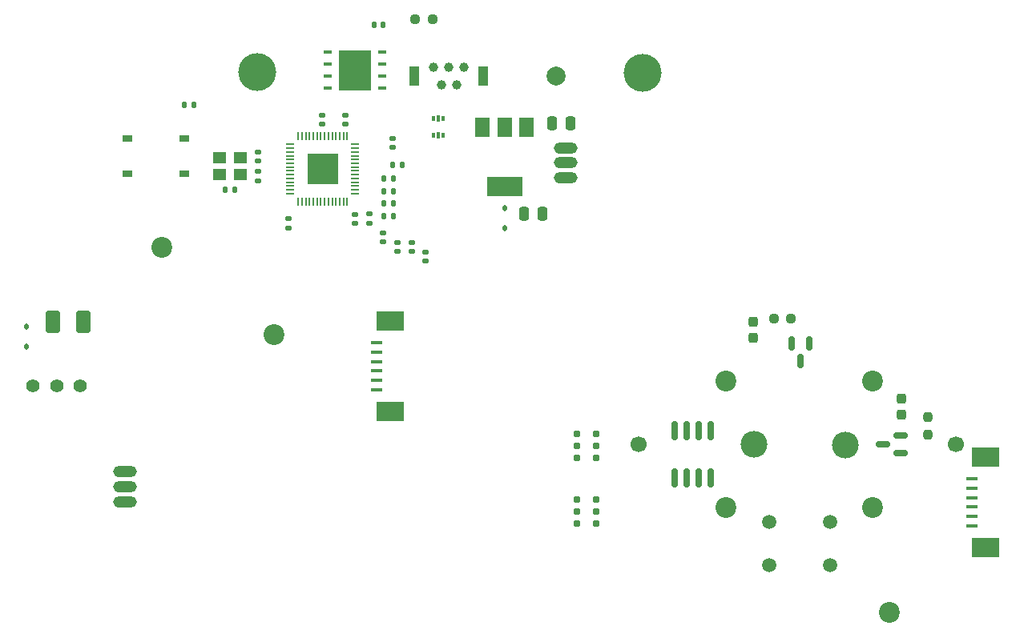
<source format=gts>
G04 #@! TF.GenerationSoftware,KiCad,Pcbnew,7.0.5-7.0.5~ubuntu20.04.1*
G04 #@! TF.CreationDate,2023-06-07T06:16:18-05:00*
G04 #@! TF.ProjectId,Phobri64,50686f62-7269-4363-942e-6b696361645f,rev?*
G04 #@! TF.SameCoordinates,Original*
G04 #@! TF.FileFunction,Soldermask,Top*
G04 #@! TF.FilePolarity,Negative*
%FSLAX46Y46*%
G04 Gerber Fmt 4.6, Leading zero omitted, Abs format (unit mm)*
G04 Created by KiCad (PCBNEW 7.0.5-7.0.5~ubuntu20.04.1) date 2023-06-07 06:16:18*
%MOMM*%
%LPD*%
G01*
G04 APERTURE LIST*
G04 Aperture macros list*
%AMRoundRect*
0 Rectangle with rounded corners*
0 $1 Rounding radius*
0 $2 $3 $4 $5 $6 $7 $8 $9 X,Y pos of 4 corners*
0 Add a 4 corners polygon primitive as box body*
4,1,4,$2,$3,$4,$5,$6,$7,$8,$9,$2,$3,0*
0 Add four circle primitives for the rounded corners*
1,1,$1+$1,$2,$3*
1,1,$1+$1,$4,$5*
1,1,$1+$1,$6,$7*
1,1,$1+$1,$8,$9*
0 Add four rect primitives between the rounded corners*
20,1,$1+$1,$2,$3,$4,$5,0*
20,1,$1+$1,$4,$5,$6,$7,0*
20,1,$1+$1,$6,$7,$8,$9,0*
20,1,$1+$1,$8,$9,$2,$3,0*%
%AMFreePoly0*
4,1,19,0.150000,0.259808,0.229813,0.192836,0.281908,0.102606,0.300000,0.000000,0.281908,-0.102606,0.229813,-0.192836,0.150000,-0.259808,0.052094,-0.295442,-0.052094,-0.295442,-0.150000,-0.259808,-0.229813,-0.192836,-0.281908,-0.102606,-0.300000,0.000000,-0.281908,0.102606,-0.229813,0.192836,-0.150000,0.259808,-0.052094,0.295442,0.052094,0.295442,0.150000,0.259808,0.150000,0.259808,
$1*%
G04 Aperture macros list end*
%ADD10R,1.250000X0.300000*%
%ADD11R,3.000000X2.000000*%
%ADD12RoundRect,0.140000X-0.140000X-0.170000X0.140000X-0.170000X0.140000X0.170000X-0.140000X0.170000X0*%
%ADD13C,4.000000*%
%ADD14RoundRect,0.140000X0.140000X0.170000X-0.140000X0.170000X-0.140000X-0.170000X0.140000X-0.170000X0*%
%ADD15C,2.833000*%
%ADD16C,2.200000*%
%ADD17C,0.787400*%
%ADD18RoundRect,0.135000X-0.185000X0.135000X-0.185000X-0.135000X0.185000X-0.135000X0.185000X0.135000X0*%
%ADD19RoundRect,0.237500X0.237500X-0.250000X0.237500X0.250000X-0.237500X0.250000X-0.237500X-0.250000X0*%
%ADD20RoundRect,0.135000X0.135000X0.185000X-0.135000X0.185000X-0.135000X-0.185000X0.135000X-0.185000X0*%
%ADD21RoundRect,0.135000X-0.135000X-0.185000X0.135000X-0.185000X0.135000X0.185000X-0.135000X0.185000X0*%
%ADD22RoundRect,0.140000X-0.170000X0.140000X-0.170000X-0.140000X0.170000X-0.140000X0.170000X0.140000X0*%
%ADD23C,1.000000*%
%ADD24R,1.000000X2.000000*%
%ADD25RoundRect,0.250001X-0.499999X-0.924999X0.499999X-0.924999X0.499999X0.924999X-0.499999X0.924999X0*%
%ADD26O,2.500000X1.250000*%
%ADD27R,1.400000X1.200000*%
%ADD28RoundRect,0.140000X0.170000X-0.140000X0.170000X0.140000X-0.170000X0.140000X-0.170000X-0.140000X0*%
%ADD29RoundRect,0.250000X0.250000X0.475000X-0.250000X0.475000X-0.250000X-0.475000X0.250000X-0.475000X0*%
%ADD30C,2.000000*%
%ADD31C,1.700000*%
%ADD32RoundRect,0.237500X0.237500X-0.300000X0.237500X0.300000X-0.237500X0.300000X-0.237500X-0.300000X0*%
%ADD33R,0.960399X0.432600*%
%ADD34R,3.454400X4.343400*%
%ADD35RoundRect,0.150000X0.587500X0.150000X-0.587500X0.150000X-0.587500X-0.150000X0.587500X-0.150000X0*%
%ADD36RoundRect,0.237500X-0.237500X0.300000X-0.237500X-0.300000X0.237500X-0.300000X0.237500X0.300000X0*%
%ADD37RoundRect,0.150000X-0.150000X0.825000X-0.150000X-0.825000X0.150000X-0.825000X0.150000X0.825000X0*%
%ADD38RoundRect,0.112500X-0.112500X0.187500X-0.112500X-0.187500X0.112500X-0.187500X0.112500X0.187500X0*%
%ADD39C,1.397000*%
%ADD40R,0.375000X0.500000*%
%ADD41R,0.300000X0.650000*%
%ADD42RoundRect,0.112500X0.112500X-0.187500X0.112500X0.187500X-0.112500X0.187500X-0.112500X-0.187500X0*%
%ADD43RoundRect,0.050000X-0.050000X0.387500X-0.050000X-0.387500X0.050000X-0.387500X0.050000X0.387500X0*%
%ADD44RoundRect,0.050000X-0.387500X0.050000X-0.387500X-0.050000X0.387500X-0.050000X0.387500X0.050000X0*%
%ADD45FreePoly0,270.000000*%
%ADD46R,3.200000X3.200000*%
%ADD47RoundRect,0.250000X-0.250000X-0.475000X0.250000X-0.475000X0.250000X0.475000X-0.250000X0.475000X0*%
%ADD48RoundRect,0.237500X0.250000X0.237500X-0.250000X0.237500X-0.250000X-0.237500X0.250000X-0.237500X0*%
%ADD49C,1.500000*%
%ADD50RoundRect,0.150000X-0.150000X0.587500X-0.150000X-0.587500X0.150000X-0.587500X0.150000X0.587500X0*%
%ADD51R,1.000000X0.750000*%
%ADD52R,1.500000X2.000000*%
%ADD53R,3.800000X2.000000*%
%ADD54RoundRect,0.237500X-0.250000X-0.237500X0.250000X-0.237500X0.250000X0.237500X-0.250000X0.237500X0*%
G04 APERTURE END LIST*
D10*
X250663660Y-120500000D03*
X250663660Y-119500000D03*
X250663660Y-118500000D03*
X250663660Y-117500000D03*
X250663660Y-116500000D03*
X250663660Y-115500000D03*
D11*
X252112660Y-113206000D03*
X252112660Y-122794000D03*
D10*
X187803123Y-106100298D03*
X187803123Y-105100298D03*
X187803123Y-104100298D03*
X187803123Y-103100298D03*
X187803123Y-102100298D03*
X187803123Y-101100298D03*
D11*
X189252123Y-98806298D03*
X189252123Y-108394298D03*
D12*
X188585274Y-87695038D03*
X189545274Y-87695038D03*
D13*
X215880944Y-72600298D03*
D14*
X188480000Y-67500000D03*
X187520000Y-67500000D03*
D15*
X237335204Y-111950150D03*
D16*
X242005369Y-129643080D03*
D17*
X211000000Y-117730000D03*
X208969150Y-117730000D03*
X211000000Y-119000000D03*
X208969150Y-119000000D03*
X211000000Y-120270000D03*
X208969150Y-120270000D03*
D15*
X227637899Y-111894864D03*
D18*
X175303123Y-82990000D03*
X175303123Y-84010000D03*
D13*
X175200000Y-72500000D03*
D16*
X165113002Y-91000000D03*
D19*
X246045016Y-110818616D03*
X246045016Y-108993616D03*
D20*
X189558791Y-85070061D03*
X188538791Y-85070061D03*
D21*
X188530623Y-83741093D03*
X189550623Y-83741093D03*
D20*
X168510000Y-76000000D03*
X167490000Y-76000000D03*
D22*
X188500000Y-89500000D03*
X188500000Y-90460000D03*
X185500000Y-87520000D03*
X185500000Y-88480000D03*
D23*
X197040472Y-71941093D03*
X196240472Y-73841093D03*
X195440472Y-71941093D03*
X194640472Y-73841093D03*
X193840472Y-71941093D03*
D24*
X191790472Y-72891093D03*
X199090472Y-72891093D03*
D17*
X211030850Y-110730000D03*
X209000000Y-110730000D03*
X211030850Y-112000000D03*
X209000000Y-112000000D03*
X211030850Y-113270000D03*
X209000000Y-113270000D03*
D25*
X153553123Y-98941093D03*
X156803123Y-98941093D03*
D26*
X161250000Y-114750000D03*
X161250000Y-116350000D03*
X161250000Y-117950000D03*
D27*
X171203123Y-83291093D03*
X173403123Y-83291093D03*
X173403123Y-81591093D03*
X171203123Y-81591093D03*
D28*
X182033507Y-78009450D03*
X182033507Y-77049450D03*
D29*
X208253123Y-77941093D03*
X206353123Y-77941093D03*
D30*
X206742467Y-72930045D03*
D31*
X215500000Y-111900638D03*
D32*
X227575882Y-100631116D03*
X227575882Y-98906116D03*
D28*
X184450900Y-78020678D03*
X184450900Y-77060678D03*
D12*
X188578158Y-86365727D03*
X189538158Y-86365727D03*
D33*
X182632200Y-70395000D03*
X182632200Y-71665000D03*
X182632200Y-72935000D03*
X182632200Y-74205000D03*
X188367800Y-74205000D03*
X188367800Y-72935000D03*
X188367800Y-71665000D03*
X188367800Y-70395000D03*
D34*
X185500000Y-72300000D03*
D22*
X190000000Y-90520000D03*
X190000000Y-91480000D03*
D35*
X243191160Y-112808700D03*
X243191160Y-110908700D03*
X241316160Y-111858700D03*
D22*
X191500000Y-90520000D03*
X191500000Y-91480000D03*
D36*
X243223947Y-107043616D03*
X243223947Y-108768616D03*
D37*
X223128947Y-110431116D03*
X221858947Y-110431116D03*
X220588947Y-110431116D03*
X219318947Y-110431116D03*
X219318947Y-115381116D03*
X220588947Y-115381116D03*
X221858947Y-115381116D03*
X223128947Y-115381116D03*
D38*
X150803123Y-99391093D03*
X150803123Y-101491093D03*
D12*
X189520000Y-82303593D03*
X190480000Y-82303593D03*
D39*
X156500000Y-105642772D03*
X154000000Y-105642772D03*
X151500000Y-105642772D03*
D28*
X189500000Y-80480000D03*
X189500000Y-79520000D03*
D40*
X194840623Y-77441093D03*
D41*
X194303123Y-77366093D03*
D40*
X193765623Y-77441093D03*
X193765623Y-79141093D03*
D41*
X194303123Y-79216093D03*
D40*
X194840623Y-79141093D03*
D28*
X175303123Y-81921093D03*
X175303123Y-80961093D03*
D22*
X187000000Y-87500000D03*
X187000000Y-88460000D03*
D42*
X201303123Y-88991093D03*
X201303123Y-86891093D03*
D43*
X184703123Y-79303593D03*
X184303123Y-79303593D03*
X183903123Y-79303593D03*
X183503123Y-79303593D03*
X183103123Y-79303593D03*
X182703123Y-79303593D03*
X182303123Y-79303593D03*
X181903123Y-79303593D03*
X181503123Y-79303593D03*
X181103123Y-79303593D03*
X180703123Y-79303593D03*
X180303123Y-79303593D03*
X179903123Y-79303593D03*
X179503123Y-79303593D03*
D44*
X178665623Y-80141093D03*
X178665623Y-80541093D03*
X178665623Y-80941093D03*
X178665623Y-81341093D03*
X178665623Y-81741093D03*
X178665623Y-82141093D03*
X178665623Y-82541093D03*
X178665623Y-82941093D03*
X178665623Y-83341093D03*
X178665623Y-83741093D03*
X178665623Y-84141093D03*
X178665623Y-84541093D03*
X178665623Y-84941093D03*
X178665623Y-85341093D03*
D43*
X179503123Y-86178593D03*
X179903123Y-86178593D03*
X180303123Y-86178593D03*
X180703123Y-86178593D03*
X181103123Y-86178593D03*
X181503123Y-86178593D03*
X181903123Y-86178593D03*
X182303123Y-86178593D03*
X182703123Y-86178593D03*
X183103123Y-86178593D03*
X183503123Y-86178593D03*
X183903123Y-86178593D03*
X184303123Y-86178593D03*
X184703123Y-86178593D03*
D44*
X185540623Y-85341093D03*
X185540623Y-84941093D03*
X185540623Y-84541093D03*
X185540623Y-84141093D03*
X185540623Y-83741093D03*
X185540623Y-83341093D03*
X185540623Y-82941093D03*
X185540623Y-82541093D03*
X185540623Y-82141093D03*
X185540623Y-81741093D03*
X185540623Y-81341093D03*
X185540623Y-80941093D03*
X185540623Y-80541093D03*
X185540623Y-80141093D03*
D45*
X183403123Y-81441093D03*
X182103123Y-81441093D03*
X180803123Y-81441093D03*
X183403123Y-82741093D03*
X182103123Y-82741093D03*
D46*
X182103123Y-82741093D03*
D45*
X180803123Y-82741093D03*
X183403123Y-84041093D03*
X182103123Y-84041093D03*
X180803123Y-84041093D03*
D26*
X207803123Y-80500298D03*
X207803123Y-82100298D03*
X207803123Y-83700298D03*
D16*
X176952177Y-100296410D03*
D47*
X203403123Y-87441093D03*
X205303123Y-87441093D03*
D22*
X193000000Y-91500000D03*
X193000000Y-92460000D03*
D48*
X231609531Y-98586081D03*
X229784531Y-98586081D03*
D16*
X224744817Y-105208672D03*
X224744817Y-118508672D03*
D49*
X229244817Y-120108672D03*
X229244817Y-124608672D03*
X235744817Y-120108672D03*
X235744817Y-124608672D03*
D16*
X240244817Y-105208672D03*
X240244817Y-118508672D03*
D50*
X233526660Y-101162500D03*
X231626660Y-101162500D03*
X232576660Y-103037500D03*
D31*
X249050255Y-111861034D03*
D51*
X167500000Y-83250000D03*
X161500000Y-83250000D03*
X167500000Y-79500000D03*
X161500000Y-79500000D03*
D12*
X171823123Y-84941093D03*
X172783123Y-84941093D03*
D52*
X203603123Y-78291093D03*
X201303123Y-78291093D03*
D53*
X201303123Y-84591093D03*
D52*
X199003123Y-78291093D03*
D54*
X191890623Y-66941093D03*
X193715623Y-66941093D03*
D22*
X178500000Y-88000000D03*
X178500000Y-88960000D03*
M02*

</source>
